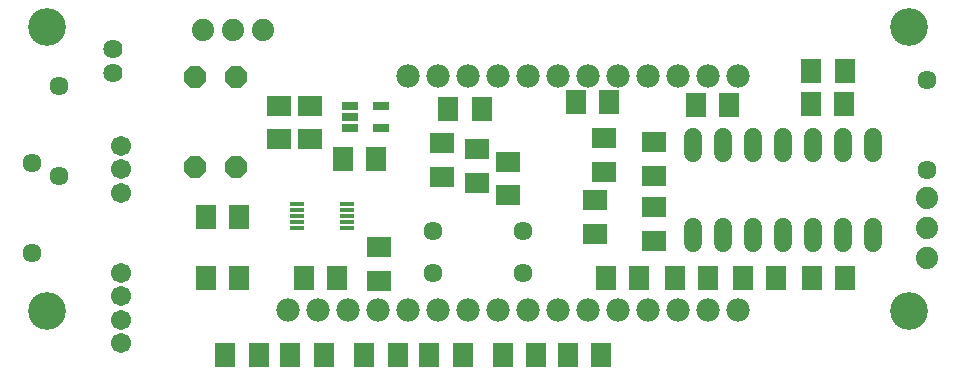
<source format=gbr>
G04 EAGLE Gerber RS-274X export*
G75*
%MOMM*%
%FSLAX34Y34*%
%LPD*%
%INSoldermask Top*%
%IPPOS*%
%AMOC8*
5,1,8,0,0,1.08239X$1,22.5*%
G01*
%ADD10C,3.203200*%
%ADD11C,1.981200*%
%ADD12R,2.006200X1.803200*%
%ADD13R,1.803200X2.006200*%
%ADD14R,2.003200X1.803200*%
%ADD15R,1.803200X2.003200*%
%ADD16C,1.524000*%
%ADD17C,1.625600*%
%ADD18R,1.203200X0.453200*%
%ADD19R,1.473200X0.762000*%
%ADD20C,1.879600*%
%ADD21C,1.703200*%
%ADD22C,1.611200*%
%ADD23P,2.034460X8X292.500000*%


D10*
X150000Y400000D03*
X150000Y160000D03*
X880000Y400000D03*
X880000Y160000D03*
D11*
X734700Y358800D03*
X709300Y358800D03*
X683900Y358800D03*
X658500Y358800D03*
X633100Y358800D03*
X607700Y358800D03*
X582300Y358800D03*
X556900Y358800D03*
X531500Y358800D03*
X506100Y358800D03*
X480700Y358800D03*
X455300Y358800D03*
X379100Y160600D03*
X404500Y160600D03*
X429900Y160600D03*
X455300Y160600D03*
X480700Y160600D03*
X506100Y160600D03*
X531500Y160600D03*
X556900Y160600D03*
X582300Y160600D03*
X607700Y160600D03*
X633100Y160600D03*
X658500Y160600D03*
X683900Y160600D03*
X709300Y160600D03*
X734700Y160600D03*
X353700Y160600D03*
D12*
X614150Y253710D03*
X614150Y225270D03*
X664150Y247870D03*
X664150Y219430D03*
X663830Y274430D03*
X663830Y302870D03*
D13*
X681380Y187470D03*
X709820Y187470D03*
X738770Y187470D03*
X767210Y187470D03*
X797220Y187440D03*
X825660Y187440D03*
X825530Y363020D03*
X797090Y363020D03*
X727530Y334550D03*
X699090Y334550D03*
X517860Y330820D03*
X489420Y330820D03*
D12*
X513800Y268380D03*
X513800Y296820D03*
X484670Y273460D03*
X484670Y301900D03*
D14*
X621330Y305990D03*
X621330Y277990D03*
D15*
X623300Y187470D03*
X651300Y187470D03*
D14*
X540470Y258440D03*
X540470Y286440D03*
D15*
X796690Y335430D03*
X824690Y335430D03*
X597510Y337050D03*
X625510Y337050D03*
X284230Y187470D03*
X312230Y187470D03*
D16*
X697220Y217496D02*
X697220Y230704D01*
X722620Y230704D02*
X722620Y217496D01*
X849620Y217496D02*
X849620Y230704D01*
X849620Y293696D02*
X849620Y306904D01*
X748020Y230704D02*
X748020Y217496D01*
X773420Y217496D02*
X773420Y230704D01*
X824220Y230704D02*
X824220Y217496D01*
X798820Y217496D02*
X798820Y230704D01*
X824220Y293696D02*
X824220Y306904D01*
X798820Y306904D02*
X798820Y293696D01*
X773420Y293696D02*
X773420Y306904D01*
X748020Y306904D02*
X748020Y293696D01*
X722620Y293696D02*
X722620Y306904D01*
X697220Y306904D02*
X697220Y293696D01*
D17*
X205400Y361650D03*
X205400Y381650D03*
D18*
X403491Y230450D03*
X403491Y235450D03*
X403491Y240450D03*
X403491Y245450D03*
X403491Y250450D03*
X361229Y250450D03*
X361229Y245450D03*
X361229Y240450D03*
X361229Y235450D03*
X361229Y230450D03*
D12*
X430810Y213920D03*
X430810Y185480D03*
D13*
X367310Y187470D03*
X395750Y187470D03*
D15*
X284820Y239620D03*
X312820Y239620D03*
D19*
X406586Y333868D03*
X406586Y324470D03*
X406586Y315072D03*
X432494Y315072D03*
X432494Y333868D03*
D15*
X400540Y288720D03*
X428540Y288720D03*
D14*
X346200Y305430D03*
X346200Y333430D03*
X372800Y305430D03*
X372800Y333430D03*
D20*
X895000Y255400D03*
X895000Y230000D03*
X895000Y204600D03*
D21*
X212500Y132500D03*
X212500Y152500D03*
X212500Y172500D03*
X212500Y192500D03*
X212500Y300000D03*
X212500Y280000D03*
X212500Y260000D03*
D13*
X329220Y122500D03*
X300780Y122500D03*
X446720Y122500D03*
X418280Y122500D03*
X564220Y122500D03*
X535780Y122500D03*
X590780Y122500D03*
X619220Y122500D03*
X473280Y122500D03*
X501720Y122500D03*
X355780Y122500D03*
X384220Y122500D03*
D22*
X476900Y192500D03*
X553100Y192500D03*
X553100Y227500D03*
X476900Y227500D03*
X895000Y279400D03*
X895000Y355600D03*
X137500Y209400D03*
X137500Y285600D03*
X160000Y274400D03*
X160000Y350600D03*
D23*
X310000Y358100D03*
X310000Y281900D03*
X275000Y358100D03*
X275000Y281900D03*
D20*
X307500Y397500D03*
X332900Y397500D03*
X282100Y397500D03*
M02*

</source>
